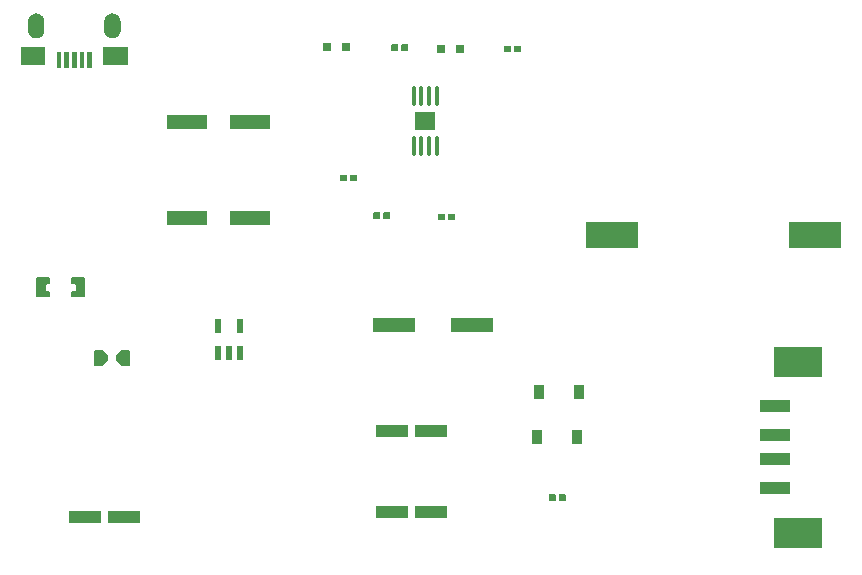
<source format=gtp>
G04 Layer: TopPasteMaskLayer*
G04 EasyEDA v6.5.51, 2025-09-24 14:11:52*
G04 3cc6f75c99854130816e6aad485a8a88,01ea995e815642bba8bbaaaafbe3517a,10*
G04 Gerber Generator version 0.2*
G04 Scale: 100 percent, Rotated: No, Reflected: No *
G04 Dimensions in millimeters *
G04 leading zeros omitted , absolute positions ,4 integer and 5 decimal *
%FSLAX45Y45*%
%MOMM*%

%AMMACRO1*21,1,$1,$2,0,0,$3*%
%ADD10R,4.5000X2.3000*%
%ADD11R,2.8000X1.1000*%
%ADD12R,3.5000X1.2000*%
%ADD13R,3.6100X1.2600*%
%ADD14MACRO1,1.26X3.61X90.0000*%
%ADD15R,0.9500X1.1500*%
%ADD16R,0.8000X0.8000*%
%ADD17R,0.4900X1.1570*%
%ADD18R,0.4900X1.1750*%
%ADD19R,0.0142X1.1750*%
%ADD20O,0.364007X1.661998*%
%ADD21R,1.8000X1.5000*%
%ADD22MACRO1,2.4994X1.0008X0.0000*%
%ADD23MACRO1,2.4994X0.9982X0.0000*%
%ADD24MACRO1,4.0005X2.4994X0.0000*%
%ADD25MACRO1,4.0005X2.5019X0.0000*%

%LPD*%
G36*
X1482344Y4018534D02*
G01*
X1472336Y4008577D01*
X1472336Y3890873D01*
X1482344Y3880865D01*
X1551076Y3880865D01*
X1589582Y3927652D01*
X1589582Y3971747D01*
X1551076Y4018534D01*
G37*
G36*
X1700123Y4018534D02*
G01*
X1661617Y3971747D01*
X1661617Y3927652D01*
X1700123Y3880865D01*
X1768856Y3880865D01*
X1778863Y3890873D01*
X1778863Y4008577D01*
X1768856Y4018534D01*
G37*
G36*
X4081526Y6605625D02*
G01*
X4077512Y6601612D01*
X4077512Y6555587D01*
X4081526Y6551574D01*
X4131564Y6551574D01*
X4135577Y6555587D01*
X4135577Y6601612D01*
X4131564Y6605625D01*
G37*
G36*
X3996436Y6605625D02*
G01*
X3992422Y6601612D01*
X3992422Y6555587D01*
X3996436Y6551574D01*
X4046474Y6551574D01*
X4050487Y6555587D01*
X4050487Y6601612D01*
X4046474Y6605625D01*
G37*
G36*
X5034026Y6592925D02*
G01*
X5030012Y6588912D01*
X5030012Y6542887D01*
X5034026Y6538874D01*
X5084064Y6538874D01*
X5088077Y6542887D01*
X5088077Y6588912D01*
X5084064Y6592925D01*
G37*
G36*
X4948936Y6592925D02*
G01*
X4944922Y6588912D01*
X4944922Y6542887D01*
X4948936Y6538874D01*
X4998974Y6538874D01*
X5002987Y6542887D01*
X5002987Y6588912D01*
X4998974Y6592925D01*
G37*
G36*
X3649726Y5500725D02*
G01*
X3645712Y5496712D01*
X3645712Y5450687D01*
X3649726Y5446674D01*
X3699764Y5446674D01*
X3703777Y5450687D01*
X3703777Y5496712D01*
X3699764Y5500725D01*
G37*
G36*
X3564636Y5500725D02*
G01*
X3560622Y5496712D01*
X3560622Y5450687D01*
X3564636Y5446674D01*
X3614674Y5446674D01*
X3618687Y5450687D01*
X3618687Y5496712D01*
X3614674Y5500725D01*
G37*
G36*
X4475226Y5170525D02*
G01*
X4471212Y5166512D01*
X4471212Y5120487D01*
X4475226Y5116474D01*
X4525264Y5116474D01*
X4529277Y5120487D01*
X4529277Y5166512D01*
X4525264Y5170525D01*
G37*
G36*
X4390136Y5170525D02*
G01*
X4386122Y5166512D01*
X4386122Y5120487D01*
X4390136Y5116474D01*
X4440174Y5116474D01*
X4444187Y5120487D01*
X4444187Y5166512D01*
X4440174Y5170525D01*
G37*
G36*
X3929126Y5183225D02*
G01*
X3925112Y5179212D01*
X3925112Y5133187D01*
X3929126Y5129174D01*
X3979164Y5129174D01*
X3983177Y5133187D01*
X3983177Y5179212D01*
X3979164Y5183225D01*
G37*
G36*
X3844036Y5183225D02*
G01*
X3840022Y5179212D01*
X3840022Y5133187D01*
X3844036Y5129174D01*
X3894074Y5129174D01*
X3898087Y5133187D01*
X3898087Y5179212D01*
X3894074Y5183225D01*
G37*
G36*
X5415026Y2795625D02*
G01*
X5411012Y2791612D01*
X5411012Y2745587D01*
X5415026Y2741574D01*
X5465064Y2741574D01*
X5469077Y2745587D01*
X5469077Y2791612D01*
X5465064Y2795625D01*
G37*
G36*
X5329936Y2795625D02*
G01*
X5325922Y2791612D01*
X5325922Y2745587D01*
X5329936Y2741574D01*
X5379974Y2741574D01*
X5383987Y2745587D01*
X5383987Y2791612D01*
X5379974Y2795625D01*
G37*
G36*
X1291285Y4631639D02*
G01*
X1281277Y4621631D01*
X1281277Y4585512D01*
X1291285Y4575505D01*
X1312367Y4575505D01*
X1322374Y4565497D01*
X1322374Y4527702D01*
X1312367Y4517694D01*
X1291285Y4517694D01*
X1281277Y4507687D01*
X1281277Y4471568D01*
X1291285Y4461560D01*
X1392072Y4461560D01*
X1402029Y4471568D01*
X1402029Y4621631D01*
X1392072Y4631639D01*
G37*
G36*
X995527Y4631639D02*
G01*
X985570Y4621631D01*
X985570Y4471568D01*
X995527Y4461560D01*
X1096314Y4461560D01*
X1106322Y4471568D01*
X1106322Y4507687D01*
X1096314Y4517694D01*
X1075232Y4517694D01*
X1065225Y4527702D01*
X1065225Y4565497D01*
X1075232Y4575505D01*
X1096314Y4575505D01*
X1106322Y4585512D01*
X1106322Y4621631D01*
X1096314Y4631639D01*
G37*
G36*
X1418082Y6540449D02*
G01*
X1418082Y6405422D01*
X1458112Y6405422D01*
X1458112Y6540449D01*
G37*
G36*
X1288084Y6540449D02*
G01*
X1288084Y6405422D01*
X1328115Y6405422D01*
X1328115Y6540449D01*
G37*
G36*
X1353108Y6540449D02*
G01*
X1353108Y6405422D01*
X1393088Y6405422D01*
X1393088Y6540449D01*
G37*
G36*
X1223111Y6540449D02*
G01*
X1223111Y6405422D01*
X1263091Y6405422D01*
X1263091Y6540449D01*
G37*
G36*
X1553108Y6585458D02*
G01*
X1553108Y6425438D01*
X1763115Y6425438D01*
X1763115Y6585458D01*
G37*
G36*
X853084Y6585458D02*
G01*
X853084Y6425438D01*
X1063091Y6425438D01*
X1063091Y6585458D01*
G37*
G36*
X1158087Y6540449D02*
G01*
X1158087Y6405422D01*
X1198118Y6405422D01*
X1198118Y6540449D01*
G37*
G36*
X1628851Y6865416D02*
G01*
X1621891Y6864908D01*
X1615033Y6863689D01*
X1608328Y6861809D01*
X1601825Y6859270D01*
X1595577Y6856069D01*
X1589735Y6852310D01*
X1584299Y6847941D01*
X1579270Y6843064D01*
X1574800Y6837730D01*
X1570888Y6831939D01*
X1567535Y6825843D01*
X1564843Y6819392D01*
X1562760Y6812737D01*
X1561388Y6805879D01*
X1560677Y6798970D01*
X1560626Y6725462D01*
X1560931Y6718503D01*
X1561998Y6711594D01*
X1563725Y6704838D01*
X1566113Y6698284D01*
X1569110Y6691985D01*
X1572768Y6686042D01*
X1576984Y6680453D01*
X1581708Y6675323D01*
X1586941Y6670751D01*
X1592630Y6666636D01*
X1598676Y6663181D01*
X1605026Y6660286D01*
X1611630Y6658051D01*
X1618437Y6656527D01*
X1625396Y6655663D01*
X1632356Y6655460D01*
X1639316Y6656019D01*
X1646174Y6657187D01*
X1652879Y6659118D01*
X1659382Y6661658D01*
X1665579Y6664858D01*
X1671472Y6668617D01*
X1676907Y6672986D01*
X1681937Y6677863D01*
X1686407Y6683197D01*
X1690319Y6688937D01*
X1693672Y6695084D01*
X1696364Y6701536D01*
X1698447Y6708190D01*
X1699818Y6715048D01*
X1700530Y6721957D01*
X1700580Y6795465D01*
X1700275Y6802424D01*
X1699209Y6809333D01*
X1697482Y6816090D01*
X1695094Y6822643D01*
X1692097Y6828942D01*
X1688439Y6834886D01*
X1684223Y6840474D01*
X1679498Y6845553D01*
X1674266Y6850176D01*
X1668576Y6854240D01*
X1662531Y6857746D01*
X1656181Y6860641D01*
X1649577Y6862825D01*
X1642770Y6864400D01*
X1635810Y6865264D01*
G37*
G36*
X983843Y6865416D02*
G01*
X976884Y6864908D01*
X970026Y6863689D01*
X963320Y6861809D01*
X956818Y6859270D01*
X950620Y6856069D01*
X944727Y6852310D01*
X939292Y6847941D01*
X934262Y6843064D01*
X929792Y6837730D01*
X925880Y6831939D01*
X922528Y6825843D01*
X919835Y6819392D01*
X917752Y6812737D01*
X916381Y6805879D01*
X915669Y6798970D01*
X915619Y6725462D01*
X915924Y6718503D01*
X916990Y6711594D01*
X918718Y6704838D01*
X921105Y6698284D01*
X924102Y6691985D01*
X927760Y6686042D01*
X931976Y6680453D01*
X936701Y6675323D01*
X941933Y6670751D01*
X947623Y6666636D01*
X953668Y6663181D01*
X960018Y6660286D01*
X966622Y6658051D01*
X973429Y6656527D01*
X980389Y6655663D01*
X987348Y6655460D01*
X994308Y6656019D01*
X1001166Y6657187D01*
X1007871Y6659118D01*
X1014374Y6661658D01*
X1020571Y6664858D01*
X1026464Y6668617D01*
X1031900Y6672986D01*
X1036929Y6677863D01*
X1041400Y6683197D01*
X1045311Y6688937D01*
X1048664Y6695084D01*
X1051356Y6701536D01*
X1053439Y6708190D01*
X1054811Y6715048D01*
X1055522Y6721957D01*
X1055573Y6795465D01*
X1055268Y6802424D01*
X1054201Y6809333D01*
X1052474Y6816090D01*
X1050086Y6822643D01*
X1047089Y6828942D01*
X1043432Y6834886D01*
X1039215Y6840474D01*
X1034491Y6845553D01*
X1029258Y6850176D01*
X1023569Y6854240D01*
X1017524Y6857746D01*
X1011174Y6860641D01*
X1004569Y6862825D01*
X997762Y6864400D01*
X990803Y6865264D01*
G37*
D10*
G01*
X7578293Y4991100D03*
G01*
X5858306Y4991100D03*
D11*
G01*
X1396034Y2603500D03*
G01*
X1728165Y2603500D03*
G01*
X3999534Y3327400D03*
G01*
X4331665Y3327400D03*
G01*
X3999534Y2641600D03*
G01*
X4331665Y2641600D03*
D12*
G01*
X2260295Y5943600D03*
G01*
X2794304Y5943600D03*
G01*
X2260295Y5130800D03*
G01*
X2794304Y5130800D03*
D13*
G01*
X4013885Y4229100D03*
D14*
G01*
X4672891Y4229092D03*
D15*
G01*
X5566740Y3276600D03*
G01*
X5228259Y3276600D03*
G01*
X5579440Y3657600D03*
G01*
X5240959Y3657600D03*
D16*
G01*
X3610533Y6578600D03*
G01*
X3450640Y6578600D03*
G01*
X4575733Y6565900D03*
G01*
X4415840Y6565900D03*
D17*
G01*
X2521204Y3986733D03*
G01*
X2616200Y3986733D03*
G01*
X2711195Y3986733D03*
D18*
G01*
X2711195Y4217466D03*
G01*
X2521204Y4217466D03*
D20*
G01*
X4182389Y5743194D03*
G01*
X4247413Y5743194D03*
G01*
X4312411Y5743194D03*
G01*
X4377410Y5743194D03*
G01*
X4182389Y6169405D03*
G01*
X4247413Y6169405D03*
G01*
X4312411Y6169405D03*
G01*
X4377410Y6169405D03*
D21*
G01*
X4279900Y5956300D03*
D22*
G01*
X7244143Y3543236D03*
G01*
X7244143Y3293300D03*
D23*
G01*
X7244143Y3093275D03*
D22*
G01*
X7244143Y2843212D03*
D24*
G01*
X7437056Y2462720D03*
D25*
G01*
X7437056Y3912679D03*
M02*

</source>
